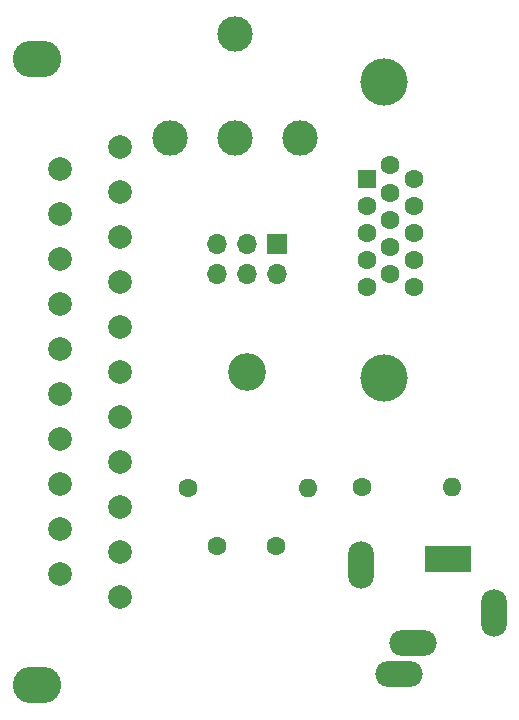
<source format=gts>
%TF.GenerationSoftware,KiCad,Pcbnew,(6.0.7-1)-1*%
%TF.CreationDate,2022-08-17T11:35:28+02:00*%
%TF.ProjectId,vgascart,76676173-6361-4727-942e-6b696361645f,rev?*%
%TF.SameCoordinates,Original*%
%TF.FileFunction,Soldermask,Top*%
%TF.FilePolarity,Negative*%
%FSLAX46Y46*%
G04 Gerber Fmt 4.6, Leading zero omitted, Abs format (unit mm)*
G04 Created by KiCad (PCBNEW (6.0.7-1)-1) date 2022-08-17 11:35:28*
%MOMM*%
%LPD*%
G01*
G04 APERTURE LIST*
%ADD10C,3.000000*%
%ADD11C,1.600000*%
%ADD12O,1.600000X1.600000*%
%ADD13C,3.200000*%
%ADD14R,1.700000X1.700000*%
%ADD15O,1.700000X1.700000*%
%ADD16O,4.100000X3.100000*%
%ADD17C,1.998980*%
%ADD18O,4.000000X2.200000*%
%ADD19O,2.200000X4.000000*%
%ADD20R,4.000000X2.200000*%
%ADD21C,4.000000*%
%ADD22R,1.600000X1.600000*%
G04 APERTURE END LIST*
D10*
%TO.C,J5*%
X47500000Y-23450000D03*
X53000000Y-32200000D03*
X42000000Y-32200000D03*
X47500000Y-32200000D03*
%TD*%
D11*
%TO.C,L1*%
X43500000Y-61850000D03*
D12*
X53660000Y-61850000D03*
%TD*%
D13*
%TO.C,REF\u002A\u002A*%
X48500000Y-52000000D03*
%TD*%
D11*
%TO.C,C1*%
X46000000Y-66750000D03*
X51000000Y-66750000D03*
%TD*%
D14*
%TO.C,J8*%
X51025000Y-41225000D03*
D15*
X51025000Y-43765000D03*
X48485000Y-41225000D03*
X48485000Y-43765000D03*
X45945000Y-41225000D03*
X45945000Y-43765000D03*
%TD*%
D16*
%TO.C,J4*%
X30700660Y-25500180D03*
X30700660Y-78499820D03*
D17*
X37779640Y-71050000D03*
X32699640Y-69145000D03*
X37779640Y-67240000D03*
X32699640Y-65335000D03*
X37779640Y-63430000D03*
X32699640Y-61525000D03*
X37779640Y-59620000D03*
X32699640Y-57715000D03*
X37779640Y-55810000D03*
X32699640Y-53905000D03*
X37779640Y-52000000D03*
X32699640Y-50095000D03*
X37779640Y-48190000D03*
X32699640Y-46285000D03*
X37779640Y-44380000D03*
X32699640Y-42475000D03*
X37779640Y-40570000D03*
X32699640Y-38665000D03*
X37779640Y-36760000D03*
X32699640Y-34855000D03*
X37779640Y-32950000D03*
%TD*%
D18*
%TO.C,J7*%
X61400000Y-77642500D03*
X62600000Y-74942500D03*
D19*
X69400000Y-72442500D03*
D20*
X65500000Y-67842500D03*
D19*
X58200000Y-68342500D03*
%TD*%
D21*
%TO.C,J6*%
X60079669Y-27515000D03*
X60079669Y-52515000D03*
D22*
X58659669Y-35700000D03*
D11*
X58659669Y-37990000D03*
X58659669Y-40280000D03*
X58659669Y-42570000D03*
X58659669Y-44860000D03*
X60639669Y-34555000D03*
X60639669Y-36845000D03*
X60639669Y-39135000D03*
X60639669Y-41425000D03*
X60639669Y-43715000D03*
X62619669Y-35700000D03*
X62619669Y-37990000D03*
X62619669Y-40280000D03*
X62619669Y-42570000D03*
X62619669Y-44860000D03*
%TD*%
%TO.C,R2*%
X58250000Y-61750000D03*
D12*
X65870000Y-61750000D03*
%TD*%
M02*

</source>
